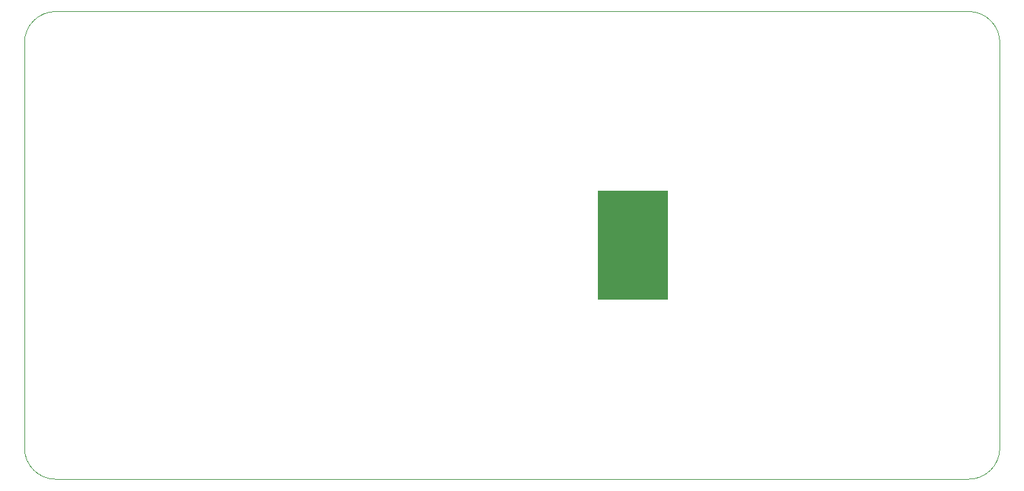
<source format=gbr>
%TF.GenerationSoftware,Altium Limited,Altium Designer,25.5.2 (35)*%
G04 Layer_Color=0*
%FSLAX45Y45*%
%MOMM*%
%TF.SameCoordinates,71E00EFA-37BE-4E02-AFE8-A08B7019828F*%
%TF.FilePolarity,Positive*%
%TF.FileFunction,Profile,NP*%
%TF.Part,Single*%
G01*
G75*
%TA.AperFunction,Profile*%
%ADD135C,0.02540*%
G36*
X7350006Y2300001D02*
Y3700001D01*
X8250006D01*
Y2300001D01*
X7350006D01*
D02*
G37*
D135*
X2Y400001D02*
X1Y5600000D01*
D02*
G02*
X400001Y6000000I400000J-0D01*
G01*
X7500001Y5999999D01*
X12100002D01*
D02*
G02*
X12500001Y5600000I0J-399999D01*
G01*
X12500002Y400000D01*
D02*
G02*
X12100002Y0I-400000J0D01*
G01*
X400002Y2D01*
D02*
G02*
X2Y400001I-1J399999D01*
G01*
%TF.MD5,bcc01fffe7923d8efea7244fa65136fc*%
M02*

</source>
